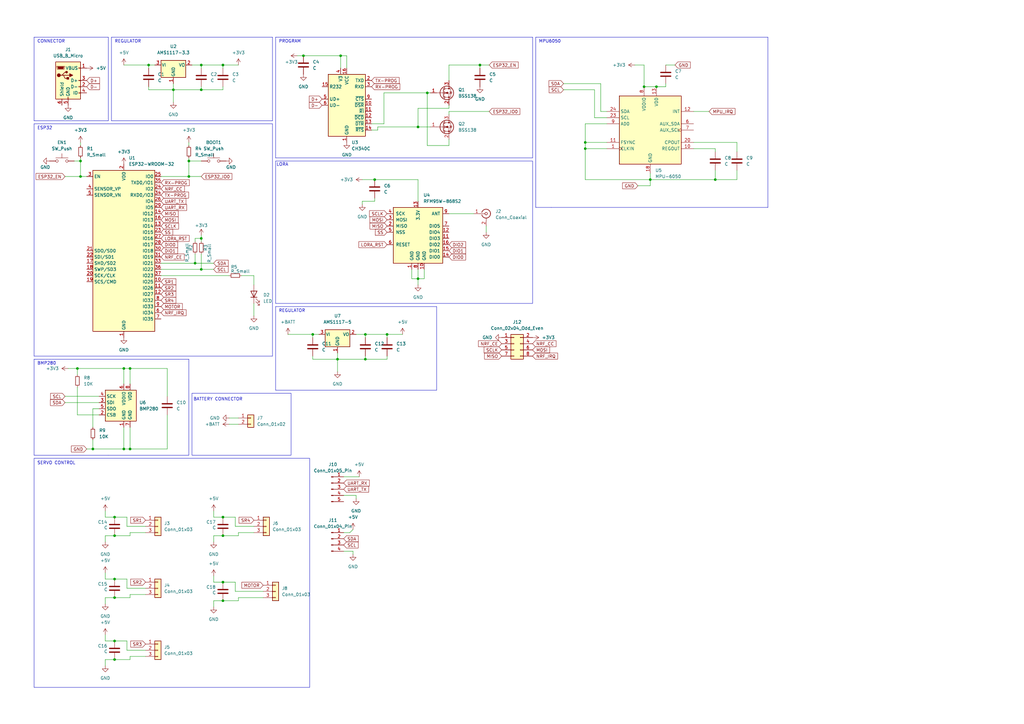
<source format=kicad_sch>
(kicad_sch (version 20250114) (generator "eeschema") (generator_version "9.0")
  (paper "A3")
  (rectangle (start 78.74 161.29) (end 119.38 186.69))
  (rectangle (start 113.03 66.04) (end 218.44 124.46))
  (rectangle (start 13.97 187.96) (end 127 281.94))
  (text "ESP32\n" (at 15.24 53.34 0) (effects (font (size 1.27 1.27)) (justify left bottom)))
  (text "BMP280\n" (at 15.24 149.86 0) (effects (font (size 1.27 1.27)) (justify left bottom)))
  (text "MPU6050\n" (at 220.98 17.78 0) (effects (font (size 1.27 1.27)) (justify left bottom)))
  (text "SERVO CONTROL" (at 23.114 189.992 0) (effects (font (size 1.27 1.27))))
  (text "REGULATOR" (at 46.99 17.78 0) (effects (font (size 1.27 1.27)) (justify left bottom)))
  (text "LORA" (at 115.824 67.564 0) (effects (font (size 1.27 1.27))))
  (text "CONNECTOR" (at 15.24 17.78 0) (effects (font (size 1.27 1.27)) (justify left bottom)))
  (text "BATTERY CONNECTOR" (at 89.408 163.83 0) (effects (font (size 1.27 1.27))))
  (text "PROGRAM" (at 114.3 17.78 0) (effects (font (size 1.27 1.27)) (justify left bottom)))
  (text "REGULATOR" (at 114.3 128.27 0) (effects (font (size 1.27 1.27)) (justify left bottom)))
  (junction (at 31.75 151.13))
  (junction (at 171.45 114.3))
  (junction (at 91.44 246.38))
  (junction (at 196.85 26.67))
  (junction (at 53.34 151.13))
  (junction (at 82.55 110.49))
  (junction (at 46.99 262.89))
  (junction (at 91.44 212.09))
  (junction (at 82.55 97.79))
  (junction (at 77.47 66.04))
  (junction (at 46.99 219.71))
  (junction (at 50.8 184.15))
  (junction (at 124.46 22.86))
  (junction (at 46.99 212.09))
  (junction (at 269.24 35.56))
  (junction (at 149.86 147.32))
  (junction (at 82.55 36.83))
  (junction (at 60.96 26.67))
  (junction (at 139.7 22.86))
  (junction (at 171.45 52.07))
  (junction (at 240.03 58.42))
  (junction (at 158.75 137.16))
  (junction (at 128.27 137.16))
  (junction (at 264.16 35.56))
  (junction (at 33.02 72.39))
  (junction (at 175.26 38.1))
  (junction (at 82.55 26.67))
  (junction (at 50.8 151.13))
  (junction (at 46.99 270.51))
  (junction (at 293.37 73.66))
  (junction (at 46.99 245.11))
  (junction (at 53.34 184.15))
  (junction (at 46.99 237.49))
  (junction (at 153.67 73.66))
  (junction (at 77.47 72.39))
  (junction (at 91.44 238.76))
  (junction (at 38.1 184.15))
  (junction (at 240.03 60.96))
  (junction (at 33.02 66.04))
  (junction (at 91.44 219.71))
  (junction (at 71.12 36.83))
  (junction (at 138.43 147.32))
  (junction (at 80.01 107.95))
  (junction (at 91.44 26.67))
  (junction (at 149.86 137.16))
  (junction (at 266.7 73.66))
  (wire (pts (xy 184.15 59.69) (xy 175.26 59.69)))
  (wire (pts (xy 173.99 114.3) (xy 171.45 114.3)))
  (wire (pts (xy 158.75 138.43) (xy 158.75 137.16)))
  (polyline (pts (xy 111.76 50.8) (xy 13.97 50.8)))
  (polyline (pts (xy 218.44 64.77) (xy 218.44 15.24)))
  (wire (pts (xy 107.95 245.11) (xy 97.79 245.11)))
  (wire (pts (xy 87.63 238.76) (xy 91.44 238.76)))
  (wire (pts (xy 53.34 218.44) (xy 53.34 219.71)))
  (wire (pts (xy 266.7 71.12) (xy 266.7 73.66)))
  (wire (pts (xy 87.63 246.38) (xy 91.44 246.38)))
  (wire (pts (xy 43.18 212.09) (xy 46.99 212.09)))
  (wire (pts (xy 66.04 110.49) (xy 82.55 110.49)))
  (wire (pts (xy 140.97 218.44) (xy 143.51 218.44)))
  (wire (pts (xy 82.55 26.67) (xy 91.44 26.67)))
  (wire (pts (xy 158.75 137.16) (xy 165.1 137.16)))
  (wire (pts (xy 96.52 212.09) (xy 96.52 215.9)))
  (wire (pts (xy 154.94 52.07) (xy 171.45 52.07)))
  (wire (pts (xy 97.79 246.38) (xy 91.44 246.38)))
  (polyline (pts (xy 77.47 147.32) (xy 13.97 147.32)))
  (polyline (pts (xy 13.97 146.05) (xy 111.76 146.05)))
  (wire (pts (xy 184.15 33.02) (xy 184.15 26.67)))
  (wire (pts (xy 231.14 36.83) (xy 243.84 36.83)))
  (wire (pts (xy 91.44 36.83) (xy 82.55 36.83)))
  (wire (pts (xy 142.24 22.86) (xy 139.7 22.86)))
  (wire (pts (xy 53.34 270.51) (xy 46.99 270.51)))
  (wire (pts (xy 149.86 138.43) (xy 149.86 137.16)))
  (wire (pts (xy 82.55 27.94) (xy 82.55 26.67)))
  (wire (pts (xy 91.44 35.56) (xy 91.44 36.83)))
  (wire (pts (xy 302.26 58.42) (xy 302.26 62.23)))
  (wire (pts (xy 128.27 146.05) (xy 128.27 147.32)))
  (wire (pts (xy 27.94 151.13) (xy 31.75 151.13)))
  (wire (pts (xy 43.18 237.49) (xy 46.99 237.49)))
  (wire (pts (xy 293.37 73.66) (xy 266.7 73.66)))
  (wire (pts (xy 97.79 218.44) (xy 97.79 219.71)))
  (wire (pts (xy 184.15 44.45) (xy 171.45 44.45)))
  (wire (pts (xy 43.18 234.95) (xy 43.18 237.49)))
  (wire (pts (xy 184.15 57.15) (xy 184.15 59.69)))
  (wire (pts (xy 77.47 64.77) (xy 77.47 66.04)))
  (wire (pts (xy 77.47 72.39) (xy 66.04 72.39)))
  (wire (pts (xy 171.45 44.45) (xy 171.45 52.07)))
  (wire (pts (xy 87.63 219.71) (xy 91.44 219.71)))
  (wire (pts (xy 52.07 237.49) (xy 52.07 241.3)))
  (wire (pts (xy 50.8 26.67) (xy 60.96 26.67)))
  (wire (pts (xy 43.18 273.05) (xy 43.18 270.51)))
  (wire (pts (xy 148.59 82.55) (xy 148.59 83.82)))
  (wire (pts (xy 77.47 66.04) (xy 82.55 66.04)))
  (wire (pts (xy 91.44 212.09) (xy 96.52 212.09)))
  (wire (pts (xy 33.02 72.39) (xy 35.56 72.39)))
  (wire (pts (xy 184.15 45.72) (xy 200.66 45.72)))
  (wire (pts (xy 128.27 137.16) (xy 128.27 138.43)))
  (wire (pts (xy 87.63 110.49) (xy 82.55 110.49)))
  (polyline (pts (xy 113.03 64.77) (xy 218.44 64.77)))
  (wire (pts (xy 43.18 262.89) (xy 46.99 262.89)))
  (wire (pts (xy 80.01 97.79) (xy 82.55 97.79)))
  (wire (pts (xy 264.16 35.56) (xy 269.24 35.56)))
  (wire (pts (xy 121.92 22.86) (xy 124.46 22.86)))
  (wire (pts (xy 149.86 146.05) (xy 149.86 147.32)))
  (wire (pts (xy 293.37 69.85) (xy 293.37 73.66)))
  (wire (pts (xy 50.8 175.26) (xy 50.8 184.15)))
  (wire (pts (xy 40.64 170.18) (xy 31.75 170.18)))
  (polyline (pts (xy 219.71 15.24) (xy 219.71 85.09)))
  (wire (pts (xy 87.63 107.95) (xy 80.01 107.95)))
  (wire (pts (xy 248.92 48.26) (xy 243.84 48.26)))
  (polyline (pts (xy 218.44 15.24) (xy 113.03 15.24)))
  (wire (pts (xy 157.48 38.1) (xy 175.26 38.1)))
  (wire (pts (xy 196.85 26.67) (xy 200.66 26.67)))
  (wire (pts (xy 91.44 27.94) (xy 91.44 26.67)))
  (polyline (pts (xy 13.97 147.32) (xy 13.97 186.69)))
  (wire (pts (xy 184.15 43.18) (xy 184.15 44.45)))
  (wire (pts (xy 240.03 60.96) (xy 240.03 73.66)))
  (polyline (pts (xy 111.76 15.24) (xy 111.76 49.53)))
  (wire (pts (xy 96.52 238.76) (xy 96.52 242.57)))
  (wire (pts (xy 104.14 113.03) (xy 104.14 116.84)))
  (wire (pts (xy 68.58 151.13) (xy 53.34 151.13)))
  (wire (pts (xy 91.44 238.76) (xy 96.52 238.76)))
  (wire (pts (xy 46.99 212.09) (xy 52.07 212.09)))
  (wire (pts (xy 52.07 212.09) (xy 52.07 215.9)))
  (wire (pts (xy 124.46 22.86) (xy 139.7 22.86)))
  (wire (pts (xy 80.01 104.14) (xy 80.01 107.95)))
  (wire (pts (xy 59.69 266.7) (xy 52.07 266.7)))
  (polyline (pts (xy 179.07 125.73) (xy 179.07 160.02)))
  (wire (pts (xy 196.85 26.67) (xy 196.85 27.94)))
  (wire (pts (xy 60.96 36.83) (xy 71.12 36.83)))
  (wire (pts (xy 33.02 64.77) (xy 33.02 66.04)))
  (wire (pts (xy 173.99 110.49) (xy 173.99 114.3)))
  (wire (pts (xy 52.07 215.9) (xy 59.69 215.9)))
  (wire (pts (xy 43.18 245.11) (xy 46.99 245.11)))
  (wire (pts (xy 97.79 245.11) (xy 97.79 246.38)))
  (wire (pts (xy 82.55 72.39) (xy 77.47 72.39)))
  (wire (pts (xy 149.86 137.16) (xy 158.75 137.16)))
  (wire (pts (xy 43.18 219.71) (xy 46.99 219.71)))
  (wire (pts (xy 38.1 184.15) (xy 50.8 184.15)))
  (wire (pts (xy 153.67 81.28) (xy 153.67 82.55)))
  (polyline (pts (xy 111.76 124.46) (xy 111.76 146.05)))
  (wire (pts (xy 82.55 104.14) (xy 82.55 110.49)))
  (polyline (pts (xy 13.97 186.69) (xy 44.45 186.69)))
  (wire (pts (xy 99.06 113.03) (xy 104.14 113.03)))
  (wire (pts (xy 184.15 26.67) (xy 196.85 26.67)))
  (polyline (pts (xy 111.76 124.46) (xy 111.76 50.8)))
  (wire (pts (xy 138.43 147.32) (xy 138.43 152.4)))
  (wire (pts (xy 266.7 73.66) (xy 266.7 76.2)))
  (wire (pts (xy 148.59 73.66) (xy 153.67 73.66)))
  (wire (pts (xy 96.52 242.57) (xy 107.95 242.57)))
  (polyline (pts (xy 44.45 186.69) (xy 77.47 186.69)))
  (wire (pts (xy 80.01 99.06) (xy 80.01 97.79)))
  (wire (pts (xy 293.37 60.96) (xy 293.37 62.23)))
  (wire (pts (xy 26.67 162.56) (xy 40.64 162.56)))
  (wire (pts (xy 53.34 157.48) (xy 53.34 151.13)))
  (polyline (pts (xy 179.07 160.02) (xy 113.03 160.02)))
  (wire (pts (xy 240.03 58.42) (xy 240.03 60.96)))
  (wire (pts (xy 43.18 222.25) (xy 43.18 219.71)))
  (wire (pts (xy 140.97 226.06) (xy 144.78 226.06)))
  (polyline (pts (xy 13.97 49.53) (xy 44.45 49.53)))
  (wire (pts (xy 171.45 110.49) (xy 171.45 114.3)))
  (wire (pts (xy 82.55 36.83) (xy 71.12 36.83)))
  (wire (pts (xy 96.52 215.9) (xy 104.14 215.9)))
  (wire (pts (xy 82.55 97.79) (xy 82.55 99.06)))
  (wire (pts (xy 33.02 58.42) (xy 33.02 59.69)))
  (wire (pts (xy 153.67 82.55) (xy 148.59 82.55)))
  (wire (pts (xy 66.04 107.95) (xy 80.01 107.95)))
  (wire (pts (xy 104.14 124.46) (xy 104.14 129.54)))
  (wire (pts (xy 71.12 34.29) (xy 71.12 36.83)))
  (wire (pts (xy 68.58 184.15) (xy 53.34 184.15)))
  (wire (pts (xy 157.48 38.1) (xy 157.48 50.8)))
  (polyline (pts (xy 45.72 49.53) (xy 45.72 15.24)))
  (wire (pts (xy 71.12 36.83) (xy 71.12 41.91)))
  (wire (pts (xy 175.26 59.69) (xy 175.26 38.1)))
  (polyline (pts (xy 113.03 160.02) (xy 113.03 125.73)))
  (wire (pts (xy 142.24 27.94) (xy 142.24 22.86)))
  (wire (pts (xy 118.11 137.16) (xy 128.27 137.16)))
  (wire (pts (xy 87.63 248.92) (xy 87.63 246.38)))
  (wire (pts (xy 246.38 45.72) (xy 246.38 34.29)))
  (wire (pts (xy 31.75 170.18) (xy 31.75 158.75)))
  (wire (pts (xy 53.34 269.24) (xy 53.34 270.51)))
  (wire (pts (xy 78.74 26.67) (xy 82.55 26.67)))
  (wire (pts (xy 171.45 114.3) (xy 168.91 114.3)))
  (wire (pts (xy 66.04 113.03) (xy 93.98 113.03)))
  (wire (pts (xy 87.63 212.09) (xy 91.44 212.09)))
  (wire (pts (xy 143.51 218.44) (xy 144.78 217.17)))
  (wire (pts (xy 158.75 147.32) (xy 149.86 147.32)))
  (wire (pts (xy 87.63 209.55) (xy 87.63 212.09)))
  (wire (pts (xy 82.55 96.52) (xy 82.55 97.79)))
  (wire (pts (xy 171.45 73.66) (xy 153.67 73.66)))
  (wire (pts (xy 59.69 243.84) (xy 53.34 243.84)))
  (wire (pts (xy 184.15 87.63) (xy 194.31 87.63)))
  (wire (pts (xy 35.56 184.15) (xy 38.1 184.15)))
  (wire (pts (xy 175.26 38.1) (xy 176.53 38.1)))
  (wire (pts (xy 53.34 243.84) (xy 53.34 245.11)))
  (wire (pts (xy 144.78 226.06) (xy 144.78 227.33)))
  (wire (pts (xy 93.98 171.45) (xy 97.79 171.45)))
  (wire (pts (xy 128.27 147.32) (xy 138.43 147.32)))
  (wire (pts (xy 53.34 245.11) (xy 46.99 245.11)))
  (wire (pts (xy 149.86 147.32) (xy 138.43 147.32)))
  (wire (pts (xy 38.1 167.64) (xy 38.1 175.26)))
  (polyline (pts (xy 113.03 125.73) (xy 179.07 125.73)))
  (wire (pts (xy 68.58 170.18) (xy 68.58 184.15)))
  (wire (pts (xy 264.16 35.56) (xy 264.16 26.67)))
  (wire (pts (xy 26.67 165.1) (xy 40.64 165.1)))
  (wire (pts (xy 43.18 209.55) (xy 43.18 212.09)))
  (wire (pts (xy 240.03 73.66) (xy 266.7 73.66)))
  (wire (pts (xy 77.47 72.39) (xy 77.47 66.04)))
  (wire (pts (xy 50.8 151.13) (xy 53.34 151.13)))
  (wire (pts (xy 240.03 60.96) (xy 248.92 60.96)))
  (wire (pts (xy 284.48 60.96) (xy 293.37 60.96)))
  (polyline (pts (xy 111.76 49.53) (xy 45.72 49.53)))
  (wire (pts (xy 240.03 50.8) (xy 240.03 58.42)))
  (wire (pts (xy 91.44 26.67) (xy 97.79 26.67)))
  (wire (pts (xy 26.67 72.39) (xy 33.02 72.39)))
  (wire (pts (xy 146.05 137.16) (xy 149.86 137.16)))
  (wire (pts (xy 31.75 151.13) (xy 50.8 151.13)))
  (wire (pts (xy 246.38 45.72) (xy 248.92 45.72)))
  (wire (pts (xy 261.62 76.2) (xy 266.7 76.2)))
  (wire (pts (xy 53.34 219.71) (xy 46.99 219.71)))
  (wire (pts (xy 40.64 167.64) (xy 38.1 167.64)))
  (wire (pts (xy 53.34 184.15) (xy 50.8 184.15)))
  (wire (pts (xy 171.45 82.55) (xy 171.45 73.66)))
  (wire (pts (xy 128.27 137.16) (xy 130.81 137.16)))
  (wire (pts (xy 46.99 237.49) (xy 52.07 237.49)))
  (wire (pts (xy 302.26 69.85) (xy 302.26 73.66)))
  (polyline (pts (xy 13.97 50.8) (xy 13.97 146.05)))
  (wire (pts (xy 59.69 218.44) (xy 53.34 218.44)))
  (wire (pts (xy 52.07 241.3) (xy 59.69 241.3)))
  (wire (pts (xy 53.34 175.26) (xy 53.34 184.15)))
  (wire (pts (xy 152.4 53.34) (xy 154.94 53.34)))
  (wire (pts (xy 199.39 92.71) (xy 199.39 95.25)))
  (wire (pts (xy 154.94 53.34) (xy 154.94 52.07)))
  (wire (pts (xy 260.35 26.67) (xy 264.16 26.67)))
  (polyline (pts (xy 45.72 15.24) (xy 111.76 15.24)))
  (polyline (pts (xy 113.03 15.24) (xy 113.03 64.77)))
  (wire (pts (xy 284.48 45.72) (xy 290.83 45.72)))
  (wire (pts (xy 60.96 35.56) (xy 60.96 36.83)))
  (wire (pts (xy 273.05 35.56) (xy 273.05 34.29)))
  (wire (pts (xy 138.43 144.78) (xy 138.43 147.32)))
  (wire (pts (xy 87.63 236.22) (xy 87.63 238.76)))
  (polyline (pts (xy 44.45 15.24) (xy 13.97 15.24)))
  (wire (pts (xy 158.75 146.05) (xy 158.75 147.32)))
  (wire (pts (xy 93.98 173.99) (xy 97.79 173.99)))
  (wire (pts (xy 68.58 162.56) (xy 68.58 151.13)))
  (wire (pts (xy 302.26 73.66) (xy 293.37 73.66)))
  (wire (pts (xy 152.4 50.8) (xy 157.48 50.8)))
  (wire (pts (xy 243.84 48.26) (xy 243.84 36.83)))
  (wire (pts (xy 43.18 270.51) (xy 46.99 270.51)))
  (wire (pts (xy 269.24 35.56) (xy 273.05 35.56)))
  (wire (pts (xy 176.53 52.07) (xy 171.45 52.07)))
  (wire (pts (xy 82.55 35.56) (xy 82.55 36.83)))
  (wire (pts (xy 168.91 110.49) (xy 168.91 114.3)))
  (wire (pts (xy 52.07 262.89) (xy 52.07 266.7)))
  (wire (pts (xy 46.99 262.89) (xy 52.07 262.89)))
  (wire (pts (xy 240.03 58.42) (xy 248.92 58.42)))
  (wire (pts (xy 139.7 27.94) (xy 139.7 22.86)))
  (wire (pts (xy 248.92 50.8) (xy 240.03 50.8)))
  (wire (pts (xy 31.75 151.13) (xy 31.75 153.67)))
  (wire (pts (xy 59.69 269.24) (xy 53.34 269.24)))
  (wire (pts (xy 87.63 222.25) (xy 87.63 219.71)))
  (wire (pts (xy 171.45 114.3) (xy 171.45 116.84)))
  (wire (pts (xy 284.48 58.42) (xy 302.26 58.42)))
  (wire (pts (xy 97.79 219.71) (xy 91.44 219.71)))
  (wire (pts (xy 146.05 203.2) (xy 146.05 204.47)))
  (polyline (pts (xy 314.96 15.24) (xy 219.71 15.24)))
  (wire (pts (xy 43.18 260.35) (xy 43.18 262.89)))
  (polyline (pts (xy 44.45 49.53) (xy 44.45 15.24)))
  (wire (pts (xy 60.96 26.67) (xy 63.5 26.67)))
  (polyline (pts (xy 314.96 85.09) (xy 314.96 15.24)))
  (polyline (pts (xy 77.47 186.69) (xy 77.47 147.32)))
  (wire (pts (xy 50.8 151.13) (xy 50.8 157.48)))
  (wire (pts (xy 273.05 26.67) (xy 276.86 26.67)))
  (wire (pts (xy 33.02 66.04) (xy 30.48 66.04)))
  (wire (pts (xy 43.18 247.65) (xy 43.18 245.11)))
  (wire (pts (xy 60.96 26.67) (xy 60.96 27.94)))
  (wire (pts (xy 231.14 34.29) (xy 246.38 34.29)))
  (wire (pts (xy 104.14 218.44) (xy 97.79 218.44)))
  (wire (pts (xy 77.47 58.42) (xy 77.47 59.69)))
  (wire (pts (xy 140.97 195.58) (xy 147.32 195.58)))
  (wire (pts (xy 33.02 72.39) (xy 33.02 66.04)))
  (polyline (pts (xy 226.06 85.09) (xy 314.96 85.09)))
  (wire (pts (xy 184.15 46.99) (xy 184.15 45.72)))
  (polyline (pts (xy 219.71 85.09) (xy 226.06 85.09)))
  (wire (pts (xy 140.97 203.2) (xy 146.05 203.2)))
  (wire (pts (xy 38.1 180.34) (xy 38.1 184.15)))
  (polyline (pts (xy 13.97 15.24) (xy 13.97 49.53)))
  (global_label "MISO" (shape input) (at 205.74 146.05 180) (property "Intersheetrefs" "${INTERSHEET_REFS}" (effects (hide yes))))
  (global_label "SR3" (shape input) (at 66.04 120.65 0) (property "Intersheetrefs" "${INTERSHEET_REFS}" (effects (hide yes))))
  (global_label "SR2" (shape input) (at 59.69 238.76 180) (property "Intersheetrefs" "${INTERSHEET_REFS}" (effects (hide yes))))
  (global_label "D-" (shape input) (at 35.56 35.56 0) (property "Intersheetrefs" "${INTERSHEET_REFS}" (effects (hide yes))))
  (global_label "SCL" (shape input) (at 87.63 110.49 0) (property "Intersheetrefs" "${INTERSHEET_REFS}" (effects (hide yes))))
  (global_label "SCL" (shape input) (at 231.14 36.83 180) (property "Intersheetrefs" "${INTERSHEET_REFS}" (effects (hide yes))))
  (global_label "D+" (shape input) (at 35.56 33.02 0) (property "Intersheetrefs" "${INTERSHEET_REFS}" (effects (hide yes))))
  (global_label "GND" (shape input) (at 261.62 76.2 180) (property "Intersheetrefs" "${INTERSHEET_REFS}" (effects (hide yes))))
  (global_label "SR1" (shape input) (at 59.69 213.36 180) (property "Intersheetrefs" "${INTERSHEET_REFS}" (effects (hide yes))))
  (global_label "SCLK" (shape input) (at 158.75 87.63 180) (property "Intersheetrefs" "${INTERSHEET_REFS}" (effects (hide yes))))
  (global_label "MISO" (shape input) (at 66.04 87.63 0) (property "Intersheetrefs" "${INTERSHEET_REFS}" (effects (hide yes))))
  (global_label "MOSI" (shape input) (at 218.44 143.51 0) (property "Intersheetrefs" "${INTERSHEET_REFS}" (effects (hide yes))))
  (global_label "NRF_CC" (shape input) (at 218.44 140.97 0) (property "Intersheetrefs" "${INTERSHEET_REFS}" (effects (hide yes))))
  (global_label "MOTOR" (shape input) (at 107.95 240.03 180) (property "Intersheetrefs" "${INTERSHEET_REFS}" (effects (hide yes))))
  (global_label "D-" (shape input) (at 132.08 43.18 180) (property "Intersheetrefs" "${INTERSHEET_REFS}" (effects (hide yes))))
  (global_label "ESP32_IO0" (shape input) (at 82.55 72.39 0) (property "Intersheetrefs" "${INTERSHEET_REFS}" (effects (hide yes))))
  (global_label "SR2" (shape input) (at 66.04 118.11 0) (property "Intersheetrefs" "${INTERSHEET_REFS}" (effects (hide yes))))
  (global_label "UART_RX" (shape input) (at 66.04 85.09 0) (property "Intersheetrefs" "${INTERSHEET_REFS}" (effects (hide yes))))
  (global_label "MPU_IRQ" (shape input) (at 290.83 45.72 0) (property "Intersheetrefs" "${INTERSHEET_REFS}" (effects (hide yes))))
  (global_label "SR4" (shape input) (at 66.04 123.19 0) (property "Intersheetrefs" "${INTERSHEET_REFS}" (effects (hide yes))))
  (global_label "ESP32_IO0" (shape input) (at 200.66 45.72 0) (property "Intersheetrefs" "${INTERSHEET_REFS}" (effects (hide yes))))
  (global_label "SCL" (shape input) (at 26.67 162.56 180) (property "Intersheetrefs" "${INTERSHEET_REFS}" (effects (hide yes))))
  (global_label "GND" (shape input) (at 35.56 184.15 180) (property "Intersheetrefs" "${INTERSHEET_REFS}" (effects (hide yes))))
  (global_label "DIO0" (shape input) (at 184.15 105.41 0) (property "Intersheetrefs" "${INTERSHEET_REFS}" (effects (hide yes))))
  (global_label "UART_TX" (shape input) (at 66.04 82.55 0) (property "Intersheetrefs" "${INTERSHEET_REFS}" (effects (hide yes))))
  (global_label "DIO2" (shape input) (at 184.15 100.33 0) (property "Intersheetrefs" "${INTERSHEET_REFS}" (effects (hide yes))))
  (global_label "TX-PROG" (shape input) (at 152.4 33.02 0) (property "Intersheetrefs" "${INTERSHEET_REFS}" (effects (hide yes))))
  (global_label "UART_RX" (shape input) (at 140.97 198.12 0) (property "Intersheetrefs" "${INTERSHEET_REFS}" (effects (hide yes))))
  (global_label "SS" (shape input) (at 66.04 95.25 0) (property "Intersheetrefs" "${INTERSHEET_REFS}" (effects (hide yes))))
  (global_label "SCL" (shape input) (at 140.97 223.52 0) (property "Intersheetrefs" "${INTERSHEET_REFS}" (effects (hide yes))))
  (global_label "MOSI" (shape input) (at 158.75 90.17 180) (property "Intersheetrefs" "${INTERSHEET_REFS}" (effects (hide yes))))
  (global_label "ESP32_EN" (shape input) (at 200.66 26.67 0) (property "Intersheetrefs" "${INTERSHEET_REFS}" (effects (hide yes))))
  (global_label "NRF_IRQ" (shape input) (at 218.44 146.05 0) (property "Intersheetrefs" "${INTERSHEET_REFS}" (effects (hide yes))))
  (global_label "SR4" (shape input) (at 104.14 213.36 180) (property "Intersheetrefs" "${INTERSHEET_REFS}" (effects (hide yes))))
  (global_label "DIO1" (shape input) (at 184.15 102.87 0) (property "Intersheetrefs" "${INTERSHEET_REFS}" (effects (hide yes))))
  (global_label "NRF_IRQ" (shape input) (at 66.04 128.27 0) (property "Intersheetrefs" "${INTERSHEET_REFS}" (effects (hide yes))))
  (global_label "SDA" (shape input) (at 140.97 220.98 0) (property "Intersheetrefs" "${INTERSHEET_REFS}" (effects (hide yes))))
  (global_label "LORA_RST" (shape input) (at 66.04 97.79 0) (property "Intersheetrefs" "${INTERSHEET_REFS}" (effects (hide yes))))
  (global_label "MOSI" (shape input) (at 66.04 90.17 0) (property "Intersheetrefs" "${INTERSHEET_REFS}" (effects (hide yes))))
  (global_label "RX-PROG" (shape input) (at 152.4 35.56 0) (property "Intersheetrefs" "${INTERSHEET_REFS}" (effects (hide yes))))
  (global_label "UART_TX" (shape input) (at 140.97 200.66 0) (property "Intersheetrefs" "${INTERSHEET_REFS}" (effects (hide yes))))
  (global_label "SR3" (shape input) (at 59.69 264.16 180) (property "Intersheetrefs" "${INTERSHEET_REFS}" (effects (hide yes))))
  (global_label "ESP32_EN" (shape input) (at 26.67 72.39 180) (property "Intersheetrefs" "${INTERSHEET_REFS}" (effects (hide yes))))
  (global_label "SS" (shape input) (at 158.75 95.25 180) (property "Intersheetrefs" "${INTERSHEET_REFS}" (effects (hide yes))))
  (global_label "SCLK" (shape input) (at 205.74 143.51 180) (property "Intersheetrefs" "${INTERSHEET_REFS}" (effects (hide yes))))
  (global_label "MOTOR" (shape input) (at 66.04 125.73 0) (property "Intersheetrefs" "${INTERSHEET_REFS}" (effects (hide yes))))
  (global_label "NRF_CC" (shape input) (at 66.04 77.47 0) (property "Intersheetrefs" "${INTERSHEET_REFS}" (effects (hide yes))))
  (global_label "TX-PROG" (shape input) (at 66.04 80.01 0) (property "Intersheetrefs" "${INTERSHEET_REFS}" (effects (hide yes))))
  (global_label "D+" (shape input) (at 132.08 40.64 180) (property "Intersheetrefs" "${INTERSHEET_REFS}" (effects (hide yes))))
  (global_label "NRF_CE" (shape input) (at 66.04 105.41 0) (property "Intersheetrefs" "${INTERSHEET_REFS}" (effects (hide yes))))
  (global_label "SDA" (shape input) (at 26.67 165.1 180) (property "Intersheetrefs" "${INTERSHEET_REFS}" (effects (hide yes))))
  (global_label "SR1" (shape input) (at 66.04 115.57 0) (property "Intersheetrefs" "${INTERSHEET_REFS}" (effects (hide yes))))
  (global_label "SCLK" (shape input) (at 66.04 92.71 0) (property "Intersheetrefs" "${INTERSHEET_REFS}" (effects (hide yes))))
  (global_label "MISO" (shape input) (at 158.75 92.71 180) (property "Intersheetrefs" "${INTERSHEET_REFS}" (effects (hide yes))))
  (global_label "RX-PROG" (shape input) (at 66.04 74.93 0) (property "Intersheetrefs" "${INTERSHEET_REFS}" (effects (hide yes))))
  (global_label "SDA" (shape input) (at 87.63 107.95 0) (property "Intersheetrefs" "${INTERSHEET_REFS}" (effects (hide yes))))
  (global_label "GND" (shape input) (at 276.86 26.67 0) (property "Intersheetrefs" "${INTERSHEET_REFS}" (effects (hide yes))))
  (global_label "DIO1" (shape input) (at 66.04 102.87 0) (property "Intersheetrefs" "${INTERSHEET_REFS}" (effects (hide yes))))
  (global_label "LORA_RST" (shape input) (at 158.75 100.33 180) (property "Intersheetrefs" "${INTERSHEET_REFS}" (effects (hide yes))))
  (global_label "NRF_CE" (shape input) (at 205.74 140.97 180) (property "Intersheetrefs" "${INTERSHEET_REFS}" (effects (hide yes))))
  (global_label "DIO0" (shape input) (at 66.04 100.33 0) (property "Intersheetrefs" "${INTERSHEET_REFS}" (effects (hide yes))))
  (global_label "SDA" (shape input) (at 231.14 34.29 180) (property "Intersheetrefs" "${INTERSHEET_REFS}" (effects (hide yes))))
  (symbol (lib_id "Device:C") (at 149.86 142.24 0) (unit 1)
    (property "Reference" "C12" (at 153.67 140.9699 0) (effects (justify left)))
    (property "Value" "C" (at 153.67 143.5099 0) (effects (justify left)))
    (property "Footprint" "Capacitor_SMD:C_0603_1608Metric" (effects (hide yes)))
  )
  (symbol (lib_id "power:+5V") (at 43.18 260.35 0) (unit 1)
    (property "Reference" "#PWR029" (effects (hide yes)))
    (property "Value" "+5V" (at 43.18 255.27 0))
  )
  (symbol (lib_id "power:+5V") (at 43.18 209.55 0) (unit 1)
    (property "Reference" "#PWR025" (effects (hide yes)))
    (property "Value" "+5V" (at 43.18 204.47 0))
  )
  (symbol (lib_id "power:GND") (at 93.98 171.45 270) (unit 1)
    (property "Reference" "#PWR036" (effects (hide yes)))
    (property "Value" "GND" (at 90.17 171.4499 90) (effects (justify right)))
  )
  (symbol (lib_id "power:GND") (at 87.63 248.92 0) (unit 1)
    (property "Reference" "#PWR040" (effects (hide yes)))
    (property "Value" "GND" (at 87.63 254 0))
  )
  (symbol (lib_id "power:+3V3") (at 148.59 73.66 90) (unit 1)
    (property "Reference" "#PWR018" (effects (hide yes)))
    (property "Value" "+3V3" (at 144.78 73.6599 90) (effects (justify left)))
  )
  (symbol (lib_id "power:GND") (at 71.12 41.91 0) (unit 1)
    (property "Reference" "#PWR08" (effects (hide yes)))
    (property "Value" "GND" (at 71.12 46.99 0))
  )
  (symbol (lib_id "Switch:SW_Push") (at 25.4 66.04 0) (unit 1)
    (property "Reference" "EN1" (at 25.4 58.42 0))
    (property "Value" "SW_Push" (at 25.4 60.96 0))
    (property "Footprint" "Button_Switch_SMD:SW_SPST_FSMSM" (effects (hide yes)))
  )
  (symbol (lib_id "Device:LED") (at 104.14 120.65 90) (unit 1)
    (property "Reference" "D2" (at 107.95 120.9674 90) (effects (justify right)))
    (property "Value" "LED" (at 107.95 123.5074 90) (effects (justify right)))
    (property "Footprint" "LED_SMD:LED_0603_1608Metric" (effects (hide yes)))
  )
  (symbol (lib_id "Device:C") (at 91.44 215.9 0) (unit 1)
    (property "Reference" "C17" (at 84.582 214.122 0) (effects (justify left)))
    (property "Value" "C" (at 87.122 216.408 0) (effects (justify left)))
    (property "Footprint" "Capacitor_SMD:C_0603_1608Metric" (effects (hide yes)))
  )
  (symbol (lib_id "power:+5V") (at 144.78 217.17 0) (unit 1)
    (property "Reference" "#PWR046" (effects (hide yes)))
    (property "Value" "+5V" (at 144.78 212.09 0))
  )
  (symbol (lib_id "power:+3V3") (at 27.94 151.13 90) (unit 1)
    (property "Reference" "#PWR033" (effects (hide yes)))
    (property "Value" "+3V3" (at 24.13 151.1299 90) (effects (justify left)))
  )
  (symbol (lib_id "Connector_Generic:Conn_01x02") (at 102.87 171.45 0) (unit 1)
    (property "Reference" "J7" (at 105.41 171.4499 0) (effects (justify left)))
    (property "Value" "Conn_01x02" (at 105.41 173.9899 0) (effects (justify left)))
    (property "Footprint" "Connector_AMASS:AMASS_XT30U-F_1x02_P5.0mm_Vertical" (effects (hide yes)))
    (property "Description" "Generic connector, single row, 01x02, script generated (kicad-library-utils/schlib/autogen/connector/)" (effects (hide yes)))
  )
  (symbol (lib_id "power:+5V") (at 50.8 26.67 0) (unit 1)
    (property "Reference" "#PWR05" (effects (hide yes)))
    (property "Value" "+5V" (at 50.8 21.59 0))
  )
  (symbol (lib_id "Device:R_Small") (at 77.47 62.23 0) (unit 1)
    (property "Reference" "R4" (at 80.01 60.9599 0) (effects (justify left)))
    (property "Value" "R_Small" (at 80.01 63.4999 0) (effects (justify left)))
    (property "Footprint" "Resistor_SMD:R_0603_1608Metric" (effects (hide yes)))
  )
  (symbol (lib_id "power:+5V") (at 87.63 209.55 0) (unit 1)
    (property "Reference" "#PWR031" (effects (hide yes)))
    (property "Value" "+5V" (at 87.63 204.47 0))
  )
  (symbol (lib_id "power:+5V") (at 147.32 195.58 0) (unit 1)
    (property "Reference" "#PWR043" (effects (hide yes)))
    (property "Value" "+5V" (at 147.32 190.5 0))
  )
  (symbol (lib_id "power:GND") (at 43.18 247.65 0) (unit 1)
    (property "Reference" "#PWR028" (effects (hide yes)))
    (property "Value" "GND" (at 43.18 252.73 0))
  )
  (symbol (lib_id "RF_Module:ESP32-WROOM-32") (at 50.8 102.87 0) (unit 1)
    (property "Reference" "U1" (at 52.8194 64.77 0) (effects (justify left)))
    (property "Value" "ESP32-WROOM-32" (at 52.8194 67.31 0) (effects (justify left)))
    (property "Footprint" "RF_Module:ESP32-WROOM-32" (effects (hide yes)))
    (property "Datasheet" "https://www.espressif.com/sites/default/files/documentation/esp32-wroom-32_datasheet_en.pdf" (effects (hide yes)))
  )
  (symbol (lib_id "Device:C") (at 158.75 142.24 0) (unit 1)
    (property "Reference" "C13" (at 162.56 140.9699 0) (effects (justify left)))
    (property "Value" "C" (at 162.56 143.5099 0) (effects (justify left)))
    (property "Footprint" "Capacitor_SMD:C_0603_1608Metric" (effects (hide yes)))
  )
  (symbol (lib_id "Device:C") (at 273.05 30.48 0) (unit 1)
    (property "Reference" "C7" (at 276.86 29.2099 0) (effects (justify left)))
    (property "Value" "C" (at 276.86 31.7499 0) (effects (justify left)))
    (property "Footprint" "Capacitor_SMD:C_0603_1608Metric" (effects (hide yes)))
  )
  (symbol (lib_id "power:GND") (at 43.18 273.05 0) (unit 1)
    (property "Reference" "#PWR030" (effects (hide yes)))
    (property "Value" "GND" (at 43.18 278.13 0))
  )
  (symbol (lib_id "Connector_Generic:Conn_01x03") (at 113.03 242.57 0) (unit 1)
    (property "Reference" "J8" (at 115.57 241.2999 0) (effects (justify left)))
    (property "Value" "Conn_01x03" (at 115.57 243.8399 0) (effects (justify left)))
    (property "Footprint" "Connector_PinHeader_2.54mm:PinHeader_1x03_P2.54mm_Vertical" (effects (hide yes)))
    (property "Description" "Generic connector, single row, 01x03, script generated (kicad-library-utils/schlib/autogen/connector/)" (effects (hide yes)))
  )
  (symbol (lib_id "power:GND") (at 199.39 95.25 0) (unit 1)
    (property "Reference" "#PWR021" (effects (hide yes)))
    (property "Value" "GND" (at 199.39 100.33 0))
  )
  (symbol (lib_id "Device:R_Small") (at 38.1 177.8 0) (unit 1)
    (property "Reference" "R9" (at 40.64 176.5299 0) (effects (justify left)))
    (property "Value" "10K" (at 40.64 179.0699 0) (effects (justify left)))
    (property "Footprint" "Resistor_SMD:R_0603_1608Metric" (effects (hide yes)))
  )
  (symbol (lib_id "Connector:Conn_Coaxial") (at 199.39 87.63 0) (unit 1)
    (property "Reference" "J2" (at 203.2 86.6531 0) (effects (justify left)))
    (property "Value" "Conn_Coaxial" (at 203.2 89.1931 0) (effects (justify left)))
    (property "Footprint" "Connector_Coaxial:SMA_Samtec_SMA-J-P-H-ST-EM1_EdgeMount" (effects (hide yes)))
    (property "Description" "coaxial connector (BNC, SMA, SMB, SMC, Cinch/RCA, LEMO, ...)" (effects (hide yes)))
  )
  (symbol (lib_id "RF_Module:RFM95W-868S2") (at 171.45 95.25 0) (unit 1)
    (property "Reference" "U4" (at 173.6441 80.01 0) (effects (justify left)))
    (property "Value" "RFM95W-868S2" (at 173.6441 82.55 0) (effects (justify left)))
    (property "Footprint" "RF_Module:HOPERF_RFM9XW_SMD" (effects (hide yes)))
    (property "Datasheet" "https://www.hoperf.com/data/upload/portal/20181127/5bfcbea20e9ef.pdf" (effects (hide yes)))
    (property "Description" "Low power long range transceiver module, SPI and parallel interface, 868 MHz, spreading factor 6 to12, bandwidth 7.8 to 500kHz, -111 to -148 dBm, SMD-16, DIP-16" (effects (hide yes)))
  )
  (symbol (lib_id "Regulator_Linear:AMS1117-3.3") (at 71.12 26.67 0) (unit 1)
    (property "Reference" "U2" (at 71.12 19.05 0))
    (property "Value" "AMS1117-3.3" (at 71.12 21.59 0))
    (property "Footprint" "Package_TO_SOT_SMD:SOT-223-3_TabPin2" (effects (hide yes)))
    (property "Datasheet" "http://www.advanced-monolithic.com/pdf/ds1117.pdf" (effects (hide yes)))
  )
  (symbol (lib_id "power:+BATT") (at 93.98 173.99 90) (unit 1)
    (property "Reference" "#PWR035" (effects (hide yes)))
    (property "Value" "+BATT" (at 90.17 173.9899 90) (effects (justify left)))
    (property "Description" "Power symbol creates a global label with name \"+BATT\"" (effects (hide yes)))
  )
  (symbol (lib_id "Switch:SW_Push") (at 87.63 66.04 0) (unit 1)
    (property "Reference" "BOOT1" (at 87.63 58.42 0))
    (property "Value" "SW_Push" (at 87.63 60.96 0))
    (property "Footprint" "Button_Switch_SMD:SW_SPST_FSMSM" (effects (hide yes)))
  )
  (symbol (lib_id "Sensor_Pressure:BMP280") (at 50.8 167.64 0) (unit 1)
    (property "Reference" "U6" (at 57.15 165.0999 0) (effects (justify left)))
    (property "Value" "BMP280" (at 57.15 167.6399 0) (effects (justify left)))
    (property "Footprint" "Package_LGA:Bosch_LGA-8_2x2.5mm_P0.65mm_ClockwisePinNumbering" (effects (hide yes)))
    (property "Datasheet" "https://ae-bst.resource.bosch.com/media/_tech/media/datasheets/BST-BMP280-DS001.pdf" (effects (hide yes)))
  )
  (symbol (lib_id "Device:R_Small") (at 82.55 101.6 180) (unit 1)
    (property "Reference" "R3" (at 84.328 101.6 90))
    (property "Value" "R_Small" (at 85.852 103.886 90))
    (property "Footprint" "Resistor_SMD:R_0603_1608Metric" (effects (hide yes)))
  )
  (symbol (lib_id "Connector_Generic:Conn_01x03") (at 64.77 215.9 0) (unit 1)
    (property "Reference" "J3" (at 67.31 214.6299 0) (effects (justify left)))
    (property "Value" "Conn_01x03" (at 67.31 217.1699 0) (effects (justify left)))
    (property "Footprint" "Connector_PinHeader_2.54mm:PinHeader_1x03_P2.54mm_Vertical" (effects (hide yes)))
    (property "Description" "Generic connector, single row, 01x03, script generated (kicad-library-utils/schlib/autogen/connector/)" (effects (hide yes)))
  )
  (symbol (lib_id "power:GND") (at 20.32 66.04 270) (unit 1)
    (property "Reference" "#PWR01" (effects (hide yes)))
    (property "Value" "GND" (at 16.51 68.58 90) (effects (justify left)))
  )
  (symbol (lib_id "Device:R_Small") (at 31.75 156.21 0) (unit 1)
    (property "Reference" "R8" (at 34.29 154.9399 0) (effects (justify left)))
    (property "Value" "10K" (at 34.29 157.4799 0) (effects (justify left)))
    (property "Footprint" "Resistor_SMD:R_0603_1608Metric" (effects (hide yes)))
  )
  (symbol (lib_id "power:GND") (at 144.78 227.33 0) (unit 1)
    (property "Reference" "#PWR045" (effects (hide yes)))
    (property "Value" "GND" (at 144.78 232.41 0))
  )
  (symbol (lib_id "Device:C") (at 46.99 266.7 0) (unit 1)
    (property "Reference" "C16" (at 40.132 264.922 0) (effects (justify left)))
    (property "Value" "C" (at 42.672 267.208 0) (effects (justify left)))
    (property "Footprint" "Capacitor_SMD:C_0603_1608Metric" (effects (hide yes)))
  )
  (symbol (lib_id "Connector_Generic:Conn_01x03") (at 64.77 266.7 0) (unit 1)
    (property "Reference" "J5" (at 67.31 265.4299 0) (effects (justify left)))
    (property "Value" "Conn_01x03" (at 67.31 267.9699 0) (effects (justify left)))
    (property "Footprint" "Connector_PinHeader_2.54mm:PinHeader_1x03_P2.54mm_Vertical" (effects (hide yes)))
    (property "Description" "Generic connector, single row, 01x03, script generated (kicad-library-utils/schlib/autogen/connector/)" (effects (hide yes)))
  )
  (symbol (lib_id "power:+5V") (at 87.63 236.22 0) (unit 1)
    (property "Reference" "#PWR039" (effects (hide yes)))
    (property "Value" "+5V" (at 87.63 231.14 0))
  )
  (symbol (lib_id "power:GND") (at 27.94 43.18 0) (unit 1)
    (property "Reference" "#PWR02" (effects (hide yes)))
    (property "Value" "GND" (at 27.94 48.26 0))
  )
  (symbol (lib_id "Device:C") (at 196.85 31.75 0) (unit 1)
    (property "Reference" "C5" (at 200.66 30.4799 0) (effects (justify left)))
    (property "Value" "C" (at 200.66 33.0199 0) (effects (justify left)))
    (property "Footprint" "Capacitor_SMD:C_0603_1608Metric" (effects (hide yes)))
  )
  (symbol (lib_id "Transistor_FET:BSS138") (at 181.61 52.07 0) (unit 1)
    (property "Reference" "Q2" (at 187.96 50.7999 0) (effects (justify left)))
    (property "Value" "BSS138" (at 187.96 53.3399 0) (effects (justify left)))
    (property "Footprint" "Package_TO_SOT_SMD:SOT-23" (effects (hide yes)))
    (property "Datasheet" "https://www.onsemi.com/pub/Collateral/BSS138-D.PDF" (effects (hide yes)))
  )
  (symbol (lib_id "Connector_Generic:Conn_01x03") (at 64.77 241.3 0) (unit 1)
    (property "Reference" "J4" (at 67.31 240.0299 0) (effects (justify left)))
    (property "Value" "Conn_01x03" (at 67.31 242.5699 0) (effects (justify left)))
    (property "Footprint" "Connector_PinHeader_2.54mm:PinHeader_1x03_P2.54mm_Vertical" (effects (hide yes)))
    (property "Description" "Generic connector, single row, 01x03, script generated (kicad-library-utils/schlib/autogen/connector/)" (effects (hide yes)))
  )
  (symbol (lib_id "Device:C") (at 91.44 31.75 0) (unit 1)
    (property "Reference" "C3" (at 95.25 30.4799 0) (effects (justify left)))
    (property "Value" "C" (at 95.25 33.0199 0) (effects (justify left)))
    (property "Footprint" "Capacitor_SMD:C_0603_1608Metric" (effects (hide yes)))
  )
  (symbol (lib_id "power:GND") (at 148.59 83.82 0) (unit 1)
    (property "Reference" "#PWR020" (effects (hide yes)))
    (property "Value" "GND" (at 148.59 88.9 0))
  )
  (symbol (lib_id "Connector:USB_B_Micro") (at 27.94 33.02 0) (unit 1)
    (property "Reference" "J1" (at 27.94 20.32 0))
    (property "Value" "USB_B_Micro" (at 27.94 22.86 0))
    (property "Footprint" "Connector_USB:USB_Micro-B_Amphenol_10118194_Horizontal" (effects (hide yes)))
    (property "Description" "USB Micro Type B connector" (effects (hide yes)))
  )
  (symbol (lib_id "Connector:Conn_01x04_Pin") (at 135.89 220.98 0) (unit 1)
    (property "Reference" "J11" (at 136.525 213.36 0))
    (property "Value" "Conn_01x04_Pin" (at 136.525 215.9 0))
    (property "Footprint" "Connector_PinHeader_2.54mm:PinHeader_1x04_P2.54mm_Vertical" (effects (hide yes)))
    (property "Description" "Generic connector, single row, 01x04, script generated" (effects (hide yes)))
  )
  (symbol (lib_id "Device:C") (at 302.26 66.04 0) (unit 1)
    (property "Reference" "C9" (at 306.07 64.7699 0) (effects (justify left)))
    (property "Value" "C" (at 306.07 67.3099 0) (effects (justify left)))
    (property "Footprint" "Capacitor_SMD:C_0603_1608Metric" (effects (hide yes)))
  )
  (symbol (lib_id "Sensor_Motion:MPU-6050") (at 266.7 53.34 0) (unit 1)
    (property "Reference" "U5" (at 268.7194 69.85 0) (effects (justify left)))
    (property "Value" "MPU-6050" (at 268.7194 72.39 0) (effects (justify left)))
    (property "Footprint" "Sensor_Motion:InvenSense_QFN-24_4x4mm_P0.5mm" (effects (hide yes)))
    (property "Datasheet" "https://store.invensense.com/datasheets/invensense/MPU-6050_DataSheet_V3%204.pdf" (effects (hide yes)))
  )
  (symbol (lib_id "power:GND") (at 50.8 138.43 0) (unit 1)
    (property "Reference" "#PWR07" (effects (hide yes)))
    (property "Value" "GND" (at 50.8 143.51 0))
  )
  (symbol (lib_id "power:GND") (at 205.74 138.43 270) (unit 1)
    (property "Reference" "#PWR047" (effects (hide yes)))
    (property "Value" "GND" (at 201.93 138.4299 90) (effects (justify right)))
  )
  (symbol (lib_id "power:+5V") (at 165.1 137.16 0) (unit 1)
    (property "Reference" "#PWR024" (effects (hide yes)))
    (property "Value" "+5V" (at 165.1 132.08 0))
  )
  (symbol (lib_id "Device:C") (at 46.99 215.9 0) (unit 1)
    (property "Reference" "C14" (at 40.132 214.122 0) (effects (justify left)))
    (property "Value" "C" (at 42.672 216.408 0) (effects (justify left)))
    (property "Footprint" "Capacitor_SMD:C_0603_1608Metric" (effects (hide yes)))
  )
  (symbol (lib_id "Device:C") (at 153.67 77.47 0) (unit 1)
    (property "Reference" "C6" (at 157.48 76.1999 0) (effects (justify left)))
    (property "Value" "C" (at 157.48 78.7399 0) (effects (justify left)))
    (property "Footprint" "Capacitor_SMD:C_0603_1608Metric" (effects (hide yes)))
  )
  (symbol (lib_id "Connector_Generic:Conn_02x04_Odd_Even") (at 210.82 140.97 0) (unit 1)
    (property "Reference" "J12" (at 212.09 132.08 0))
    (property "Value" "Conn_02x04_Odd_Even" (at 212.09 134.62 0))
    (property "Footprint" "Connector_PinHeader_2.54mm:PinHeader_2x04_P2.54mm_Vertical" (effects (hide yes)))
    (property "Description" "Generic connector, double row, 02x04, odd/even pin numbering scheme (row 1 odd numbers, row 2 even numbers), script generated (kicad-library-utils/schlib/autogen/connector/)" (effects (hide yes)))
  )
  (symbol (lib_id "power:+3V3") (at 218.44 138.43 270) (unit 1)
    (property "Reference" "#PWR048" (effects (hide yes)))
    (property "Value" "+3V3" (at 222.25 138.4299 90) (effects (justify left)))
  )
  (symbol (lib_id "power:+3V3") (at 82.55 96.52 0) (unit 1)
    (property "Reference" "#PWR09" (effects (hide yes)))
    (property "Value" "+3V3" (at 82.55 92.456 0))
  )
  (symbol (lib_id "Device:C") (at 128.27 142.24 0) (unit 1)
    (property "Reference" "C11" (at 132.08 140.9699 0) (effects (justify left)))
    (property "Value" "C" (at 132.08 143.5099 0) (effects (justify left)))
    (property "Footprint" "Capacitor_SMD:C_0603_1608Metric" (effects (hide yes)))
  )
  (symbol (lib_id "Device:R_Small") (at 96.52 113.03 90) (unit 1)
    (property "Reference" "R5" (at 96.012 109.474 90))
    (property "Value" "R_Small" (at 98.552 111.252 90))
    (property "Footprint" "Resistor_SMD:R_0603_1608Metric" (effects (hide yes)))
  )
  (symbol (lib_id "power:GND") (at 171.45 116.84 0) (unit 1)
    (property "Reference" "#PWR019" (effects (hide yes)))
    (property "Value" "GND" (at 171.45 121.92 0))
  )
  (symbol (lib_id "power:+3V3") (at 97.79 26.67 0) (unit 1)
    (property "Reference" "#PWR013" (effects (hide yes)))
    (property "Value" "+3V3" (at 97.79 21.59 0))
  )
  (symbol (lib_id "power:GND") (at 138.43 152.4 0) (unit 1)
    (property "Reference" "#PWR023" (effects (hide yes)))
    (property "Value" "GND" (at 138.43 157.48 0))
  )
  (symbol (lib_id "Interface_USB:CH340C") (at 142.24 43.18 0) (unit 1)
    (property "Reference" "U3" (at 144.1959 58.42 0) (effects (justify left)))
    (property "Value" "CH340C" (at 144.1959 60.96 0) (effects (justify left)))
    (property "Footprint" "Package_SO:SOIC-16_3.9x9.9mm_P1.27mm" (effects (hide yes)))
    (property "Datasheet" "https://datasheet.lcsc.com/szlcsc/Jiangsu-Qin-Heng-CH340C_C84681.pdf" (effects (hide yes)))
  )
  (symbol (lib_id "power:+3V3") (at 50.8 67.31 0) (unit 1)
    (property "Reference" "#PWR06" (effects (hide yes)))
    (property "Value" "+3V3" (at 50.8 62.23 0))
  )
  (symbol (lib_id "Device:C") (at 91.44 242.57 0) (unit 1)
    (property "Reference" "C18" (at 84.582 240.792 0) (effects (justify left)))
    (property "Value" "C" (at 87.122 243.078 0) (effects (justify left)))
    (property "Footprint" "Capacitor_SMD:C_0603_1608Metric" (effects (hide yes)))
  )
  (symbol (lib_id "power:GND") (at 104.14 129.54 0) (unit 1)
    (property "Reference" "#PWR012" (effects (hide yes)))
    (property "Value" "GND" (at 104.14 134.62 0))
  )
  (symbol (lib_id "power:+3V3") (at 121.92 22.86 90) (unit 1)
    (property "Reference" "#PWR014" (effects (hide yes)))
    (property "Value" "+3V3" (at 116.84 25.4 90) (effects (justify right)))
  )
  (symbol (lib_id "power:GND") (at 142.24 58.42 0) (unit 1)
    (property "Reference" "#PWR016" (effects (hide yes)))
    (property "Value" "GND" (at 142.24 63.5 0))
  )
  (symbol (lib_id "power:GND") (at 87.63 222.25 0) (unit 1)
    (property "Reference" "#PWR032" (effects (hide yes)))
    (property "Value" "GND" (at 87.63 227.33 0))
  )
  (symbol (lib_id "Device:R_Small") (at 33.02 62.23 0) (unit 1)
    (property "Reference" "R1" (at 35.56 60.9599 0) (effects (justify left)))
    (property "Value" "R_Small" (at 35.56 63.4999 0) (effects (justify left)))
    (property "Footprint" "Resistor_SMD:R_0603_1608Metric" (effects (hide yes)))
  )
  (symbol (lib_id "Device:C") (at 124.46 26.67 0) (unit 1)
    (property "Reference" "C4" (at 128.27 25.3999 0) (effects (justify left)))
    (property "Value" "C" (at 128.27 27.9399 0) (effects (justify left)))
    (property "Footprint" "Capacitor_SMD:C_0603_1608Metric" (effects (hide yes)))
  )
  (symbol (lib_id "power:+3V3") (at 33.02 58.42 0) (unit 1)
    (property "Reference" "#PWR03" (effects (hide yes)))
    (property "Value" "+3V3" (at 33.02 53.34 0))
  )
  (symbol (lib_id "power:+3V3") (at 260.35 26.67 90) (unit 1)
    (property "Reference" "#PWR034" (effects (hide yes)))
    (property "Value" "+3V3" (at 256.54 26.6699 90) (effects (justify left)))
  )
  (symbol (lib_id "Transistor_FET:BSS138") (at 181.61 38.1 0) (unit 1)
    (property "Reference" "Q1" (at 187.96 36.8299 0) (effects (justify left)))
    (property "Value" "BSS138" (at 187.96 39.3699 0) (effects (justify left)))
    (property "Footprint" "Package_TO_SOT_SMD:SOT-23" (effects (hide yes)))
    (property "Datasheet" "https://www.onsemi.com/pub/Collateral/BSS138-D.PDF" (effects (hide yes)))
  )
  (symbol (lib_id "Device:C") (at 293.37 66.04 0) (unit 1)
    (property "Reference" "C8" (at 297.18 64.7699 0) (effects (justify left)))
    (property "Value" "C" (at 297.18 67.3099 0) (effects (justify left)))
    (property "Footprint" "Capacitor_SMD:C_0603_1608Metric" (effects (hide yes)))
  )
  (symbol (lib_id "power:+BATT") (at 118.11 137.16 0) (unit 1)
    (property "Reference" "#PWR022" (effects (hide yes)))
    (property "Value" "+BATT" (at 118.11 132.08 0))
    (property "Description" "Power symbol creates a global label with name \"+BATT\"" (effects (hide yes)))
  )
  (symbol (lib_id "power:GND") (at 43.18 222.25 0) (unit 1)
    (property "Reference" "#PWR026" (effects (hide yes)))
    (property "Value" "GND" (at 43.18 227.33 0))
  )
  (symbol (lib_id "Device:R_Small") (at 80.01 101.6 180) (unit 1)
    (property "Reference" "R2" (at 78.232 101.6 90))
    (property "Value" "R_Small" (at 76.708 103.632 90))
    (property "Footprint" "Resistor_SMD:R_0603_1608Metric" (effects (hide yes)))
  )
  (symbol (lib_id "power:GND") (at 196.85 35.56 0) (unit 1)
    (property "Reference" "#PWR017" (effects (hide yes)))
    (property "Value" "GND" (at 196.85 40.64 0))
  )
  (symbol (lib_id "power:+5V") (at 43.18 234.95 0) (unit 1)
    (property "Reference" "#PWR027" (effects (hide yes)))
    (property "Value" "+5V" (at 43.18 229.87 0))
  )
  (symbol (lib_id "Device:C") (at 60.96 31.75 0) (unit 1)
    (property "Reference" "C1" (at 64.77 30.4799 0) (effects (justify left)))
    (property "Value" "C" (at 64.77 33.0199 0) (effects (justify left)))
    (property "Footprint" "Capacitor_SMD:C_0603_1608Metric" (effects (hide yes)))
  )
  (symbol (lib_id "power:+3V3") (at 77.47 58.42 0) (unit 1)
    (property "Reference" "#PWR010" (effects (hide yes)))
    (property "Value" "+3V3" (at 77.47 53.34 0))
  )
  (symbol (lib_id "Device:C") (at 68.58 166.37 0) (unit 1)
    (property "Reference" "C10" (at 72.39 165.0999 0) (effects (justify left)))
    (property "Value" "C" (at 72.39 167.6399 0) (effects (justify left)))
    (property "Footprint" "Capacitor_SMD:C_0603_1608Metric" (effects (hide yes)))
  )
  (symbol (lib_id "Device:C") (at 82.55 31.75 0) (unit 1)
    (property "Reference" "C2" (at 86.36 30.4799 0) (effects (justify left)))
    (property "Value" "C" (at 86.36 33.0199 0) (effects (justify left)))
    (property "Footprint" "Capacitor_SMD:C_0603_1608Metric" (effects (hide yes)))
  )
  (symbol (lib_id "power:GND") (at 124.46 30.48 0) (unit 1)
    (property "Reference" "#PWR015" (effects (hide yes)))
    (property "Value" "GND" (at 124.46 35.56 0))
  )
  (symbol (lib_id "power:GND") (at 146.05 204.47 0) (unit 1)
    (property "Reference" "#PWR044" (effects (hide yes)))
    (property "Value" "GND" (at 146.05 209.55 0))
  )
  (symbol (lib_id "Connector:Conn_01x05_Pin") (at 135.89 200.66 0) (unit 1)
    (property "Reference" "J10" (at 136.525 190.5 0))
    (property "Value" "Conn_01x05_Pin" (at 136.525 193.04 0))
    (property "Footprint" "Connector_PinHeader_2.54mm:PinHeader_1x05_P2.54mm_Vertical" (effects (hide yes)))
    (property "Description" "Generic connector, single row, 01x05, script generated" (effects (hide yes)))
  )
  (symbol (lib_id "Device:C") (at 46.99 241.3 0) (unit 1)
    (property "Reference" "C15" (at 40.132 239.522 0) (effects (justify left)))
    (property "Value" "C" (at 42.672 241.808 0) (effects (justify left)))
    (property "Footprint" "Capacitor_SMD:C_0603_1608Metric" (effects (hide yes)))
  )
  (symbol (lib_id "power:GND") (at 92.71 66.04 90) (unit 1)
    (property "Reference" "#PWR011" (effects (hide yes)))
    (property "Value" "GND" (at 92.71 68.58 90) (effects (justify right)))
  )
  (symbol (lib_id "Regulator_Linear:AMS1117-3.3") (at 138.43 137.16 0) (unit 1)
    (property "Reference" "U7" (at 138.43 129.54 0))
    (property "Value" "AMS1117-5" (at 138.43 132.08 0))
    (property "Footprint" "Package_TO_SOT_SMD:SOT-223-3_TabPin2" (effects (hide yes)))
    (property "Datasheet" "http://www.advanced-monolithic.com/pdf/ds1117.pdf" (effects (hide yes)))
  )
  (symbol (lib_id "power:+5V") (at 35.56 27.94 270) (unit 1)
    (property "Reference" "#PWR04" (effects (hide yes)))
    (property "Value" "+5V" (at 39.37 27.9399 90) (effects (justify left)))
  )
  (symbol (lib_id "Connector_Generic:Conn_01x03") (at 109.22 215.9 0) (unit 1)
    (property "Reference" "J6" (at 111.76 214.6299 0) (effects (justify left)))
    (property "Value" "Conn_01x03" (at 111.76 217.1699 0) (effects (justify left)))
    (property "Footprint" "Connector_PinHeader_2.54mm:PinHeader_1x03_P2.54mm_Vertical" (effects (hide yes)))
    (property "Description" "Generic connector, single row, 01x03, script generated (kicad-library-utils/schlib/autogen/connector/)" (effects (hide yes)))
  )
)
</source>
